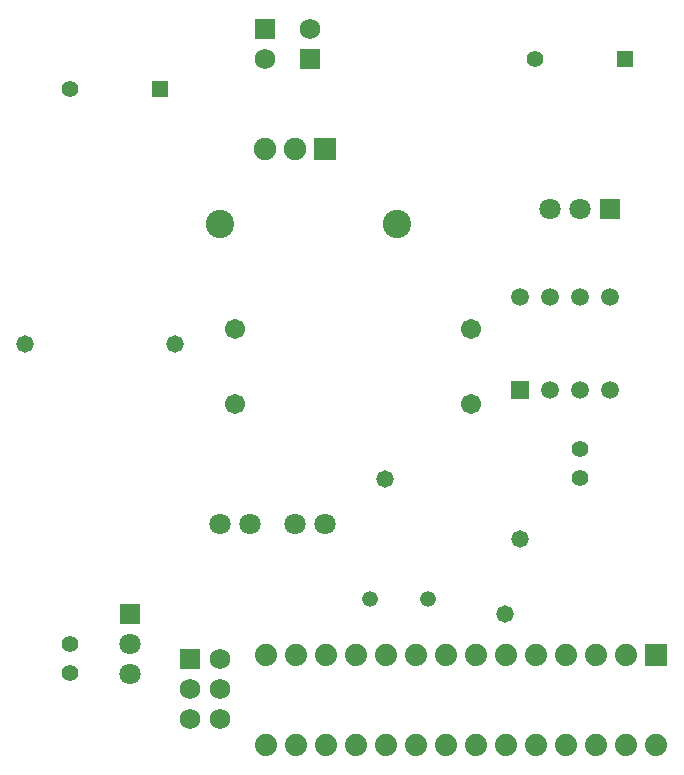
<source format=gbs>
G04*
G04 #@! TF.GenerationSoftware,Altium Limited,Altium Designer,19.1.7 (138)*
G04*
G04 Layer_Color=16711935*
%FSLAX25Y25*%
%MOIN*%
G70*
G01*
G75*
%ADD20C,0.07099*%
%ADD21R,0.07099X0.07099*%
%ADD22R,0.07099X0.07099*%
%ADD23C,0.05524*%
%ADD24R,0.07493X0.07493*%
%ADD25C,0.07493*%
%ADD26C,0.06706*%
%ADD27C,0.07099*%
%ADD28C,0.09461*%
%ADD29C,0.05249*%
%ADD30R,0.05524X0.05524*%
%ADD31C,0.05950*%
%ADD32R,0.05950X0.05950*%
%ADD33R,0.06800X0.06800*%
%ADD34C,0.06800*%
%ADD35C,0.05800*%
%ADD36C,0.07400*%
%ADD37R,0.07400X0.07400*%
D20*
X55000Y40000D02*
D03*
Y50000D02*
D03*
X195000Y195000D02*
D03*
X205000D02*
D03*
D21*
X55000Y60000D02*
D03*
D22*
X215000Y195000D02*
D03*
D23*
X35000Y50000D02*
D03*
Y40157D02*
D03*
X205000Y105157D02*
D03*
Y115000D02*
D03*
X190000Y245000D02*
D03*
X35000Y235000D02*
D03*
D24*
X120000Y215000D02*
D03*
D25*
X110000D02*
D03*
X100000D02*
D03*
D26*
X90000Y155000D02*
D03*
X168740D02*
D03*
Y130000D02*
D03*
X90000D02*
D03*
D27*
X120000Y90000D02*
D03*
X110000D02*
D03*
X95000D02*
D03*
X85000D02*
D03*
D28*
Y190000D02*
D03*
X144055D02*
D03*
D29*
X135000Y65000D02*
D03*
X154213D02*
D03*
D30*
X220000Y245000D02*
D03*
X65000Y235000D02*
D03*
D31*
X195000Y165492D02*
D03*
X205000D02*
D03*
X185000D02*
D03*
X215000D02*
D03*
Y134508D02*
D03*
X195000D02*
D03*
X205000D02*
D03*
D32*
X185000D02*
D03*
D33*
X100000Y255000D02*
D03*
X115000Y245000D02*
D03*
X75000Y45000D02*
D03*
D34*
X100000Y245000D02*
D03*
X115000Y255000D02*
D03*
X75000Y35000D02*
D03*
Y25000D02*
D03*
X85000D02*
D03*
Y35000D02*
D03*
Y45000D02*
D03*
D35*
X70000Y150000D02*
D03*
X20000D02*
D03*
X140000Y105000D02*
D03*
X185000Y85000D02*
D03*
X180000Y60000D02*
D03*
D36*
X230500Y16063D02*
D03*
X220500D02*
D03*
X210500D02*
D03*
X200500D02*
D03*
X190500D02*
D03*
X180500D02*
D03*
X170500D02*
D03*
X160500D02*
D03*
X150500D02*
D03*
X140500D02*
D03*
X130500D02*
D03*
X120500D02*
D03*
X110500D02*
D03*
X100500D02*
D03*
Y46063D02*
D03*
X110500D02*
D03*
X120500D02*
D03*
X130500D02*
D03*
X140500D02*
D03*
X150500D02*
D03*
X160500D02*
D03*
X170500D02*
D03*
X180500D02*
D03*
X190500D02*
D03*
X200500D02*
D03*
X210500D02*
D03*
X220500D02*
D03*
D37*
X230500D02*
D03*
M02*

</source>
